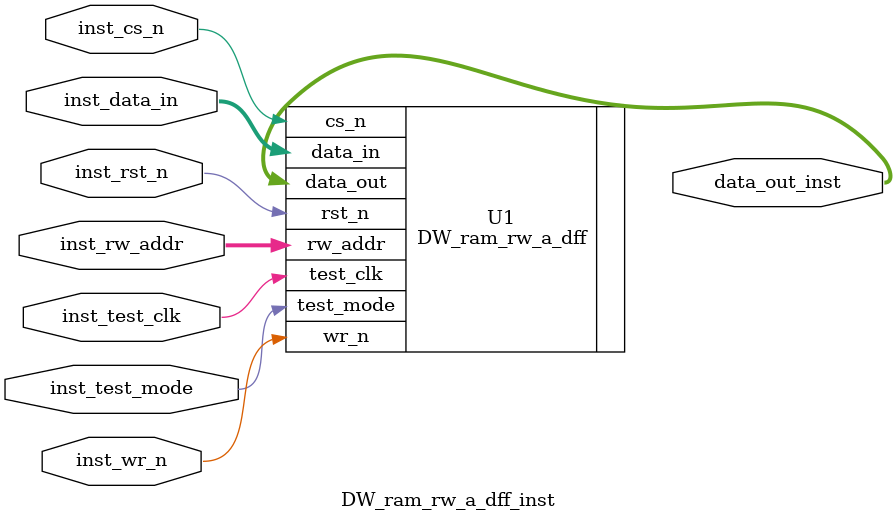
<source format=v>
module DW_ram_rw_a_dff_inst( inst_rst_n, inst_cs_n, inst_wr_n,
        inst_test_mode, inst_test_clk, inst_rw_addr, inst_data_in,
        data_out_inst );

  parameter data_width = 8;
  parameter depth = 8;
  parameter rst_mode = 0;
  `define bit_width_depth 3 // ceil(log2(depth)) 

  input inst_rst_n;
  input inst_cs_n;
  input inst_wr_n;
  input inst_test_mode;
  input inst_test_clk;
  input [`bit_width_depth-1 : 0] inst_rw_addr;
  input [data_width-1 : 0] inst_data_in;
  output [data_width-1 : 0] data_out_inst;

  // Instance of DW_ram_rw_a_dff
  DW_ram_rw_a_dff #(data_width, depth, rst_mode)
    U1 (.rst_n(inst_rst_n),   .cs_n(inst_cs_n),   .wr_n(inst_wr_n),
        .test_mode(inst_test_mode),   .test_clk(inst_test_clk),
        .rw_addr(inst_rw_addr),   .data_in(inst_data_in),
         .data_out(data_out_inst) );
endmodule


</source>
